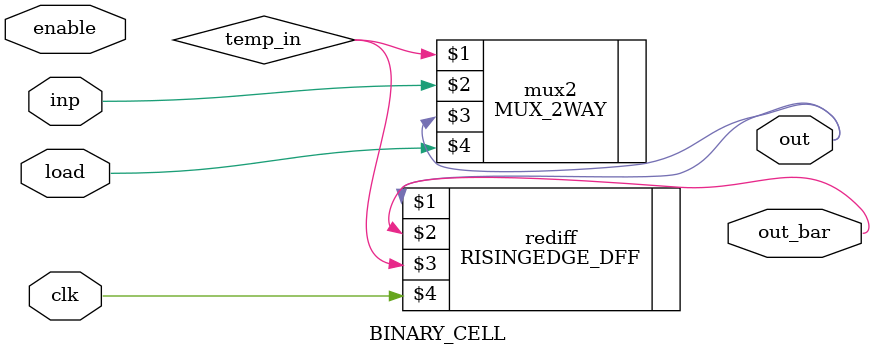
<source format=v>
module BINARY_CELL(out,out_bar,inp,load,clk,enable);
output out,out_bar;
input inp,load,clk,enable;
wire temp_in; 
MUX_2WAY mux2(temp_in,inp,out,load);
RISINGEDGE_DFF rediff(out,out_bar,temp_in,clk);
endmodule 
  
</source>
